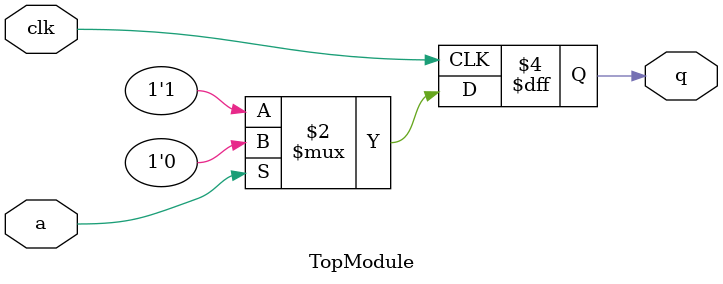
<source format=sv>
module TopModule (
    input  logic clk,
    input  logic a,
    output logic q
);

    // Initialize q to 0 at the beginning
    initial begin
        q = 1'b0;  // Set initial value of q
    end

    // Sequential logic that updates q on the positive edge of clk
    always @(posedge clk) begin
        // Update q based on the value of a at the rising edge of clk
        if (clk) begin
            q <= a ? 1'b0 : 1'b1; // Logic inferred from the waveform
        end
    end

endmodule
</source>
